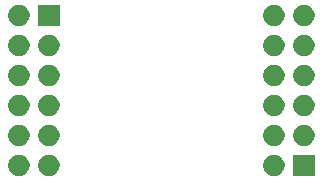
<source format=gbr>
G04 #@! TF.GenerationSoftware,KiCad,Pcbnew,(5.1.5-0-10_14)*
G04 #@! TF.CreationDate,2021-03-22T20:24:37-05:00*
G04 #@! TF.ProjectId,Filter Network,46696c74-6572-4204-9e65-74776f726b2e,rev?*
G04 #@! TF.SameCoordinates,Original*
G04 #@! TF.FileFunction,Soldermask,Bot*
G04 #@! TF.FilePolarity,Negative*
%FSLAX46Y46*%
G04 Gerber Fmt 4.6, Leading zero omitted, Abs format (unit mm)*
G04 Created by KiCad (PCBNEW (5.1.5-0-10_14)) date 2021-03-22 20:24:37*
%MOMM*%
%LPD*%
G04 APERTURE LIST*
%ADD10C,0.100000*%
G04 APERTURE END LIST*
D10*
G36*
X107581000Y-121551000D02*
G01*
X105779000Y-121551000D01*
X105779000Y-119749000D01*
X107581000Y-119749000D01*
X107581000Y-121551000D01*
G37*
G36*
X104253512Y-119753927D02*
G01*
X104402812Y-119783624D01*
X104566784Y-119851544D01*
X104714354Y-119950147D01*
X104839853Y-120075646D01*
X104938456Y-120223216D01*
X105006376Y-120387188D01*
X105041000Y-120561259D01*
X105041000Y-120738741D01*
X105006376Y-120912812D01*
X104938456Y-121076784D01*
X104839853Y-121224354D01*
X104714354Y-121349853D01*
X104566784Y-121448456D01*
X104402812Y-121516376D01*
X104253512Y-121546073D01*
X104228742Y-121551000D01*
X104051258Y-121551000D01*
X104026488Y-121546073D01*
X103877188Y-121516376D01*
X103713216Y-121448456D01*
X103565646Y-121349853D01*
X103440147Y-121224354D01*
X103341544Y-121076784D01*
X103273624Y-120912812D01*
X103239000Y-120738741D01*
X103239000Y-120561259D01*
X103273624Y-120387188D01*
X103341544Y-120223216D01*
X103440147Y-120075646D01*
X103565646Y-119950147D01*
X103713216Y-119851544D01*
X103877188Y-119783624D01*
X104026488Y-119753927D01*
X104051258Y-119749000D01*
X104228742Y-119749000D01*
X104253512Y-119753927D01*
G37*
G36*
X85203512Y-119753927D02*
G01*
X85352812Y-119783624D01*
X85516784Y-119851544D01*
X85664354Y-119950147D01*
X85789853Y-120075646D01*
X85888456Y-120223216D01*
X85956376Y-120387188D01*
X85991000Y-120561259D01*
X85991000Y-120738741D01*
X85956376Y-120912812D01*
X85888456Y-121076784D01*
X85789853Y-121224354D01*
X85664354Y-121349853D01*
X85516784Y-121448456D01*
X85352812Y-121516376D01*
X85203512Y-121546073D01*
X85178742Y-121551000D01*
X85001258Y-121551000D01*
X84976488Y-121546073D01*
X84827188Y-121516376D01*
X84663216Y-121448456D01*
X84515646Y-121349853D01*
X84390147Y-121224354D01*
X84291544Y-121076784D01*
X84223624Y-120912812D01*
X84189000Y-120738741D01*
X84189000Y-120561259D01*
X84223624Y-120387188D01*
X84291544Y-120223216D01*
X84390147Y-120075646D01*
X84515646Y-119950147D01*
X84663216Y-119851544D01*
X84827188Y-119783624D01*
X84976488Y-119753927D01*
X85001258Y-119749000D01*
X85178742Y-119749000D01*
X85203512Y-119753927D01*
G37*
G36*
X82663512Y-119753927D02*
G01*
X82812812Y-119783624D01*
X82976784Y-119851544D01*
X83124354Y-119950147D01*
X83249853Y-120075646D01*
X83348456Y-120223216D01*
X83416376Y-120387188D01*
X83451000Y-120561259D01*
X83451000Y-120738741D01*
X83416376Y-120912812D01*
X83348456Y-121076784D01*
X83249853Y-121224354D01*
X83124354Y-121349853D01*
X82976784Y-121448456D01*
X82812812Y-121516376D01*
X82663512Y-121546073D01*
X82638742Y-121551000D01*
X82461258Y-121551000D01*
X82436488Y-121546073D01*
X82287188Y-121516376D01*
X82123216Y-121448456D01*
X81975646Y-121349853D01*
X81850147Y-121224354D01*
X81751544Y-121076784D01*
X81683624Y-120912812D01*
X81649000Y-120738741D01*
X81649000Y-120561259D01*
X81683624Y-120387188D01*
X81751544Y-120223216D01*
X81850147Y-120075646D01*
X81975646Y-119950147D01*
X82123216Y-119851544D01*
X82287188Y-119783624D01*
X82436488Y-119753927D01*
X82461258Y-119749000D01*
X82638742Y-119749000D01*
X82663512Y-119753927D01*
G37*
G36*
X106793512Y-117213927D02*
G01*
X106942812Y-117243624D01*
X107106784Y-117311544D01*
X107254354Y-117410147D01*
X107379853Y-117535646D01*
X107478456Y-117683216D01*
X107546376Y-117847188D01*
X107581000Y-118021259D01*
X107581000Y-118198741D01*
X107546376Y-118372812D01*
X107478456Y-118536784D01*
X107379853Y-118684354D01*
X107254354Y-118809853D01*
X107106784Y-118908456D01*
X106942812Y-118976376D01*
X106793512Y-119006073D01*
X106768742Y-119011000D01*
X106591258Y-119011000D01*
X106566488Y-119006073D01*
X106417188Y-118976376D01*
X106253216Y-118908456D01*
X106105646Y-118809853D01*
X105980147Y-118684354D01*
X105881544Y-118536784D01*
X105813624Y-118372812D01*
X105779000Y-118198741D01*
X105779000Y-118021259D01*
X105813624Y-117847188D01*
X105881544Y-117683216D01*
X105980147Y-117535646D01*
X106105646Y-117410147D01*
X106253216Y-117311544D01*
X106417188Y-117243624D01*
X106566488Y-117213927D01*
X106591258Y-117209000D01*
X106768742Y-117209000D01*
X106793512Y-117213927D01*
G37*
G36*
X104253512Y-117213927D02*
G01*
X104402812Y-117243624D01*
X104566784Y-117311544D01*
X104714354Y-117410147D01*
X104839853Y-117535646D01*
X104938456Y-117683216D01*
X105006376Y-117847188D01*
X105041000Y-118021259D01*
X105041000Y-118198741D01*
X105006376Y-118372812D01*
X104938456Y-118536784D01*
X104839853Y-118684354D01*
X104714354Y-118809853D01*
X104566784Y-118908456D01*
X104402812Y-118976376D01*
X104253512Y-119006073D01*
X104228742Y-119011000D01*
X104051258Y-119011000D01*
X104026488Y-119006073D01*
X103877188Y-118976376D01*
X103713216Y-118908456D01*
X103565646Y-118809853D01*
X103440147Y-118684354D01*
X103341544Y-118536784D01*
X103273624Y-118372812D01*
X103239000Y-118198741D01*
X103239000Y-118021259D01*
X103273624Y-117847188D01*
X103341544Y-117683216D01*
X103440147Y-117535646D01*
X103565646Y-117410147D01*
X103713216Y-117311544D01*
X103877188Y-117243624D01*
X104026488Y-117213927D01*
X104051258Y-117209000D01*
X104228742Y-117209000D01*
X104253512Y-117213927D01*
G37*
G36*
X85203512Y-117213927D02*
G01*
X85352812Y-117243624D01*
X85516784Y-117311544D01*
X85664354Y-117410147D01*
X85789853Y-117535646D01*
X85888456Y-117683216D01*
X85956376Y-117847188D01*
X85991000Y-118021259D01*
X85991000Y-118198741D01*
X85956376Y-118372812D01*
X85888456Y-118536784D01*
X85789853Y-118684354D01*
X85664354Y-118809853D01*
X85516784Y-118908456D01*
X85352812Y-118976376D01*
X85203512Y-119006073D01*
X85178742Y-119011000D01*
X85001258Y-119011000D01*
X84976488Y-119006073D01*
X84827188Y-118976376D01*
X84663216Y-118908456D01*
X84515646Y-118809853D01*
X84390147Y-118684354D01*
X84291544Y-118536784D01*
X84223624Y-118372812D01*
X84189000Y-118198741D01*
X84189000Y-118021259D01*
X84223624Y-117847188D01*
X84291544Y-117683216D01*
X84390147Y-117535646D01*
X84515646Y-117410147D01*
X84663216Y-117311544D01*
X84827188Y-117243624D01*
X84976488Y-117213927D01*
X85001258Y-117209000D01*
X85178742Y-117209000D01*
X85203512Y-117213927D01*
G37*
G36*
X82663512Y-117213927D02*
G01*
X82812812Y-117243624D01*
X82976784Y-117311544D01*
X83124354Y-117410147D01*
X83249853Y-117535646D01*
X83348456Y-117683216D01*
X83416376Y-117847188D01*
X83451000Y-118021259D01*
X83451000Y-118198741D01*
X83416376Y-118372812D01*
X83348456Y-118536784D01*
X83249853Y-118684354D01*
X83124354Y-118809853D01*
X82976784Y-118908456D01*
X82812812Y-118976376D01*
X82663512Y-119006073D01*
X82638742Y-119011000D01*
X82461258Y-119011000D01*
X82436488Y-119006073D01*
X82287188Y-118976376D01*
X82123216Y-118908456D01*
X81975646Y-118809853D01*
X81850147Y-118684354D01*
X81751544Y-118536784D01*
X81683624Y-118372812D01*
X81649000Y-118198741D01*
X81649000Y-118021259D01*
X81683624Y-117847188D01*
X81751544Y-117683216D01*
X81850147Y-117535646D01*
X81975646Y-117410147D01*
X82123216Y-117311544D01*
X82287188Y-117243624D01*
X82436488Y-117213927D01*
X82461258Y-117209000D01*
X82638742Y-117209000D01*
X82663512Y-117213927D01*
G37*
G36*
X106793512Y-114673927D02*
G01*
X106942812Y-114703624D01*
X107106784Y-114771544D01*
X107254354Y-114870147D01*
X107379853Y-114995646D01*
X107478456Y-115143216D01*
X107546376Y-115307188D01*
X107581000Y-115481259D01*
X107581000Y-115658741D01*
X107546376Y-115832812D01*
X107478456Y-115996784D01*
X107379853Y-116144354D01*
X107254354Y-116269853D01*
X107106784Y-116368456D01*
X106942812Y-116436376D01*
X106793512Y-116466073D01*
X106768742Y-116471000D01*
X106591258Y-116471000D01*
X106566488Y-116466073D01*
X106417188Y-116436376D01*
X106253216Y-116368456D01*
X106105646Y-116269853D01*
X105980147Y-116144354D01*
X105881544Y-115996784D01*
X105813624Y-115832812D01*
X105779000Y-115658741D01*
X105779000Y-115481259D01*
X105813624Y-115307188D01*
X105881544Y-115143216D01*
X105980147Y-114995646D01*
X106105646Y-114870147D01*
X106253216Y-114771544D01*
X106417188Y-114703624D01*
X106566488Y-114673927D01*
X106591258Y-114669000D01*
X106768742Y-114669000D01*
X106793512Y-114673927D01*
G37*
G36*
X104253512Y-114673927D02*
G01*
X104402812Y-114703624D01*
X104566784Y-114771544D01*
X104714354Y-114870147D01*
X104839853Y-114995646D01*
X104938456Y-115143216D01*
X105006376Y-115307188D01*
X105041000Y-115481259D01*
X105041000Y-115658741D01*
X105006376Y-115832812D01*
X104938456Y-115996784D01*
X104839853Y-116144354D01*
X104714354Y-116269853D01*
X104566784Y-116368456D01*
X104402812Y-116436376D01*
X104253512Y-116466073D01*
X104228742Y-116471000D01*
X104051258Y-116471000D01*
X104026488Y-116466073D01*
X103877188Y-116436376D01*
X103713216Y-116368456D01*
X103565646Y-116269853D01*
X103440147Y-116144354D01*
X103341544Y-115996784D01*
X103273624Y-115832812D01*
X103239000Y-115658741D01*
X103239000Y-115481259D01*
X103273624Y-115307188D01*
X103341544Y-115143216D01*
X103440147Y-114995646D01*
X103565646Y-114870147D01*
X103713216Y-114771544D01*
X103877188Y-114703624D01*
X104026488Y-114673927D01*
X104051258Y-114669000D01*
X104228742Y-114669000D01*
X104253512Y-114673927D01*
G37*
G36*
X85203512Y-114673927D02*
G01*
X85352812Y-114703624D01*
X85516784Y-114771544D01*
X85664354Y-114870147D01*
X85789853Y-114995646D01*
X85888456Y-115143216D01*
X85956376Y-115307188D01*
X85991000Y-115481259D01*
X85991000Y-115658741D01*
X85956376Y-115832812D01*
X85888456Y-115996784D01*
X85789853Y-116144354D01*
X85664354Y-116269853D01*
X85516784Y-116368456D01*
X85352812Y-116436376D01*
X85203512Y-116466073D01*
X85178742Y-116471000D01*
X85001258Y-116471000D01*
X84976488Y-116466073D01*
X84827188Y-116436376D01*
X84663216Y-116368456D01*
X84515646Y-116269853D01*
X84390147Y-116144354D01*
X84291544Y-115996784D01*
X84223624Y-115832812D01*
X84189000Y-115658741D01*
X84189000Y-115481259D01*
X84223624Y-115307188D01*
X84291544Y-115143216D01*
X84390147Y-114995646D01*
X84515646Y-114870147D01*
X84663216Y-114771544D01*
X84827188Y-114703624D01*
X84976488Y-114673927D01*
X85001258Y-114669000D01*
X85178742Y-114669000D01*
X85203512Y-114673927D01*
G37*
G36*
X82663512Y-114673927D02*
G01*
X82812812Y-114703624D01*
X82976784Y-114771544D01*
X83124354Y-114870147D01*
X83249853Y-114995646D01*
X83348456Y-115143216D01*
X83416376Y-115307188D01*
X83451000Y-115481259D01*
X83451000Y-115658741D01*
X83416376Y-115832812D01*
X83348456Y-115996784D01*
X83249853Y-116144354D01*
X83124354Y-116269853D01*
X82976784Y-116368456D01*
X82812812Y-116436376D01*
X82663512Y-116466073D01*
X82638742Y-116471000D01*
X82461258Y-116471000D01*
X82436488Y-116466073D01*
X82287188Y-116436376D01*
X82123216Y-116368456D01*
X81975646Y-116269853D01*
X81850147Y-116144354D01*
X81751544Y-115996784D01*
X81683624Y-115832812D01*
X81649000Y-115658741D01*
X81649000Y-115481259D01*
X81683624Y-115307188D01*
X81751544Y-115143216D01*
X81850147Y-114995646D01*
X81975646Y-114870147D01*
X82123216Y-114771544D01*
X82287188Y-114703624D01*
X82436488Y-114673927D01*
X82461258Y-114669000D01*
X82638742Y-114669000D01*
X82663512Y-114673927D01*
G37*
G36*
X85203512Y-112133927D02*
G01*
X85352812Y-112163624D01*
X85516784Y-112231544D01*
X85664354Y-112330147D01*
X85789853Y-112455646D01*
X85888456Y-112603216D01*
X85956376Y-112767188D01*
X85991000Y-112941259D01*
X85991000Y-113118741D01*
X85956376Y-113292812D01*
X85888456Y-113456784D01*
X85789853Y-113604354D01*
X85664354Y-113729853D01*
X85516784Y-113828456D01*
X85352812Y-113896376D01*
X85203512Y-113926073D01*
X85178742Y-113931000D01*
X85001258Y-113931000D01*
X84976488Y-113926073D01*
X84827188Y-113896376D01*
X84663216Y-113828456D01*
X84515646Y-113729853D01*
X84390147Y-113604354D01*
X84291544Y-113456784D01*
X84223624Y-113292812D01*
X84189000Y-113118741D01*
X84189000Y-112941259D01*
X84223624Y-112767188D01*
X84291544Y-112603216D01*
X84390147Y-112455646D01*
X84515646Y-112330147D01*
X84663216Y-112231544D01*
X84827188Y-112163624D01*
X84976488Y-112133927D01*
X85001258Y-112129000D01*
X85178742Y-112129000D01*
X85203512Y-112133927D01*
G37*
G36*
X82663512Y-112133927D02*
G01*
X82812812Y-112163624D01*
X82976784Y-112231544D01*
X83124354Y-112330147D01*
X83249853Y-112455646D01*
X83348456Y-112603216D01*
X83416376Y-112767188D01*
X83451000Y-112941259D01*
X83451000Y-113118741D01*
X83416376Y-113292812D01*
X83348456Y-113456784D01*
X83249853Y-113604354D01*
X83124354Y-113729853D01*
X82976784Y-113828456D01*
X82812812Y-113896376D01*
X82663512Y-113926073D01*
X82638742Y-113931000D01*
X82461258Y-113931000D01*
X82436488Y-113926073D01*
X82287188Y-113896376D01*
X82123216Y-113828456D01*
X81975646Y-113729853D01*
X81850147Y-113604354D01*
X81751544Y-113456784D01*
X81683624Y-113292812D01*
X81649000Y-113118741D01*
X81649000Y-112941259D01*
X81683624Y-112767188D01*
X81751544Y-112603216D01*
X81850147Y-112455646D01*
X81975646Y-112330147D01*
X82123216Y-112231544D01*
X82287188Y-112163624D01*
X82436488Y-112133927D01*
X82461258Y-112129000D01*
X82638742Y-112129000D01*
X82663512Y-112133927D01*
G37*
G36*
X104253512Y-112133927D02*
G01*
X104402812Y-112163624D01*
X104566784Y-112231544D01*
X104714354Y-112330147D01*
X104839853Y-112455646D01*
X104938456Y-112603216D01*
X105006376Y-112767188D01*
X105041000Y-112941259D01*
X105041000Y-113118741D01*
X105006376Y-113292812D01*
X104938456Y-113456784D01*
X104839853Y-113604354D01*
X104714354Y-113729853D01*
X104566784Y-113828456D01*
X104402812Y-113896376D01*
X104253512Y-113926073D01*
X104228742Y-113931000D01*
X104051258Y-113931000D01*
X104026488Y-113926073D01*
X103877188Y-113896376D01*
X103713216Y-113828456D01*
X103565646Y-113729853D01*
X103440147Y-113604354D01*
X103341544Y-113456784D01*
X103273624Y-113292812D01*
X103239000Y-113118741D01*
X103239000Y-112941259D01*
X103273624Y-112767188D01*
X103341544Y-112603216D01*
X103440147Y-112455646D01*
X103565646Y-112330147D01*
X103713216Y-112231544D01*
X103877188Y-112163624D01*
X104026488Y-112133927D01*
X104051258Y-112129000D01*
X104228742Y-112129000D01*
X104253512Y-112133927D01*
G37*
G36*
X106793512Y-112133927D02*
G01*
X106942812Y-112163624D01*
X107106784Y-112231544D01*
X107254354Y-112330147D01*
X107379853Y-112455646D01*
X107478456Y-112603216D01*
X107546376Y-112767188D01*
X107581000Y-112941259D01*
X107581000Y-113118741D01*
X107546376Y-113292812D01*
X107478456Y-113456784D01*
X107379853Y-113604354D01*
X107254354Y-113729853D01*
X107106784Y-113828456D01*
X106942812Y-113896376D01*
X106793512Y-113926073D01*
X106768742Y-113931000D01*
X106591258Y-113931000D01*
X106566488Y-113926073D01*
X106417188Y-113896376D01*
X106253216Y-113828456D01*
X106105646Y-113729853D01*
X105980147Y-113604354D01*
X105881544Y-113456784D01*
X105813624Y-113292812D01*
X105779000Y-113118741D01*
X105779000Y-112941259D01*
X105813624Y-112767188D01*
X105881544Y-112603216D01*
X105980147Y-112455646D01*
X106105646Y-112330147D01*
X106253216Y-112231544D01*
X106417188Y-112163624D01*
X106566488Y-112133927D01*
X106591258Y-112129000D01*
X106768742Y-112129000D01*
X106793512Y-112133927D01*
G37*
G36*
X85203512Y-109593927D02*
G01*
X85352812Y-109623624D01*
X85516784Y-109691544D01*
X85664354Y-109790147D01*
X85789853Y-109915646D01*
X85888456Y-110063216D01*
X85956376Y-110227188D01*
X85991000Y-110401259D01*
X85991000Y-110578741D01*
X85956376Y-110752812D01*
X85888456Y-110916784D01*
X85789853Y-111064354D01*
X85664354Y-111189853D01*
X85516784Y-111288456D01*
X85352812Y-111356376D01*
X85203512Y-111386073D01*
X85178742Y-111391000D01*
X85001258Y-111391000D01*
X84976488Y-111386073D01*
X84827188Y-111356376D01*
X84663216Y-111288456D01*
X84515646Y-111189853D01*
X84390147Y-111064354D01*
X84291544Y-110916784D01*
X84223624Y-110752812D01*
X84189000Y-110578741D01*
X84189000Y-110401259D01*
X84223624Y-110227188D01*
X84291544Y-110063216D01*
X84390147Y-109915646D01*
X84515646Y-109790147D01*
X84663216Y-109691544D01*
X84827188Y-109623624D01*
X84976488Y-109593927D01*
X85001258Y-109589000D01*
X85178742Y-109589000D01*
X85203512Y-109593927D01*
G37*
G36*
X82663512Y-109593927D02*
G01*
X82812812Y-109623624D01*
X82976784Y-109691544D01*
X83124354Y-109790147D01*
X83249853Y-109915646D01*
X83348456Y-110063216D01*
X83416376Y-110227188D01*
X83451000Y-110401259D01*
X83451000Y-110578741D01*
X83416376Y-110752812D01*
X83348456Y-110916784D01*
X83249853Y-111064354D01*
X83124354Y-111189853D01*
X82976784Y-111288456D01*
X82812812Y-111356376D01*
X82663512Y-111386073D01*
X82638742Y-111391000D01*
X82461258Y-111391000D01*
X82436488Y-111386073D01*
X82287188Y-111356376D01*
X82123216Y-111288456D01*
X81975646Y-111189853D01*
X81850147Y-111064354D01*
X81751544Y-110916784D01*
X81683624Y-110752812D01*
X81649000Y-110578741D01*
X81649000Y-110401259D01*
X81683624Y-110227188D01*
X81751544Y-110063216D01*
X81850147Y-109915646D01*
X81975646Y-109790147D01*
X82123216Y-109691544D01*
X82287188Y-109623624D01*
X82436488Y-109593927D01*
X82461258Y-109589000D01*
X82638742Y-109589000D01*
X82663512Y-109593927D01*
G37*
G36*
X104253512Y-109593927D02*
G01*
X104402812Y-109623624D01*
X104566784Y-109691544D01*
X104714354Y-109790147D01*
X104839853Y-109915646D01*
X104938456Y-110063216D01*
X105006376Y-110227188D01*
X105041000Y-110401259D01*
X105041000Y-110578741D01*
X105006376Y-110752812D01*
X104938456Y-110916784D01*
X104839853Y-111064354D01*
X104714354Y-111189853D01*
X104566784Y-111288456D01*
X104402812Y-111356376D01*
X104253512Y-111386073D01*
X104228742Y-111391000D01*
X104051258Y-111391000D01*
X104026488Y-111386073D01*
X103877188Y-111356376D01*
X103713216Y-111288456D01*
X103565646Y-111189853D01*
X103440147Y-111064354D01*
X103341544Y-110916784D01*
X103273624Y-110752812D01*
X103239000Y-110578741D01*
X103239000Y-110401259D01*
X103273624Y-110227188D01*
X103341544Y-110063216D01*
X103440147Y-109915646D01*
X103565646Y-109790147D01*
X103713216Y-109691544D01*
X103877188Y-109623624D01*
X104026488Y-109593927D01*
X104051258Y-109589000D01*
X104228742Y-109589000D01*
X104253512Y-109593927D01*
G37*
G36*
X106793512Y-109593927D02*
G01*
X106942812Y-109623624D01*
X107106784Y-109691544D01*
X107254354Y-109790147D01*
X107379853Y-109915646D01*
X107478456Y-110063216D01*
X107546376Y-110227188D01*
X107581000Y-110401259D01*
X107581000Y-110578741D01*
X107546376Y-110752812D01*
X107478456Y-110916784D01*
X107379853Y-111064354D01*
X107254354Y-111189853D01*
X107106784Y-111288456D01*
X106942812Y-111356376D01*
X106793512Y-111386073D01*
X106768742Y-111391000D01*
X106591258Y-111391000D01*
X106566488Y-111386073D01*
X106417188Y-111356376D01*
X106253216Y-111288456D01*
X106105646Y-111189853D01*
X105980147Y-111064354D01*
X105881544Y-110916784D01*
X105813624Y-110752812D01*
X105779000Y-110578741D01*
X105779000Y-110401259D01*
X105813624Y-110227188D01*
X105881544Y-110063216D01*
X105980147Y-109915646D01*
X106105646Y-109790147D01*
X106253216Y-109691544D01*
X106417188Y-109623624D01*
X106566488Y-109593927D01*
X106591258Y-109589000D01*
X106768742Y-109589000D01*
X106793512Y-109593927D01*
G37*
G36*
X82663512Y-107053927D02*
G01*
X82812812Y-107083624D01*
X82976784Y-107151544D01*
X83124354Y-107250147D01*
X83249853Y-107375646D01*
X83348456Y-107523216D01*
X83416376Y-107687188D01*
X83451000Y-107861259D01*
X83451000Y-108038741D01*
X83416376Y-108212812D01*
X83348456Y-108376784D01*
X83249853Y-108524354D01*
X83124354Y-108649853D01*
X82976784Y-108748456D01*
X82812812Y-108816376D01*
X82663512Y-108846073D01*
X82638742Y-108851000D01*
X82461258Y-108851000D01*
X82436488Y-108846073D01*
X82287188Y-108816376D01*
X82123216Y-108748456D01*
X81975646Y-108649853D01*
X81850147Y-108524354D01*
X81751544Y-108376784D01*
X81683624Y-108212812D01*
X81649000Y-108038741D01*
X81649000Y-107861259D01*
X81683624Y-107687188D01*
X81751544Y-107523216D01*
X81850147Y-107375646D01*
X81975646Y-107250147D01*
X82123216Y-107151544D01*
X82287188Y-107083624D01*
X82436488Y-107053927D01*
X82461258Y-107049000D01*
X82638742Y-107049000D01*
X82663512Y-107053927D01*
G37*
G36*
X85991000Y-108851000D02*
G01*
X84189000Y-108851000D01*
X84189000Y-107049000D01*
X85991000Y-107049000D01*
X85991000Y-108851000D01*
G37*
G36*
X104253512Y-107053927D02*
G01*
X104402812Y-107083624D01*
X104566784Y-107151544D01*
X104714354Y-107250147D01*
X104839853Y-107375646D01*
X104938456Y-107523216D01*
X105006376Y-107687188D01*
X105041000Y-107861259D01*
X105041000Y-108038741D01*
X105006376Y-108212812D01*
X104938456Y-108376784D01*
X104839853Y-108524354D01*
X104714354Y-108649853D01*
X104566784Y-108748456D01*
X104402812Y-108816376D01*
X104253512Y-108846073D01*
X104228742Y-108851000D01*
X104051258Y-108851000D01*
X104026488Y-108846073D01*
X103877188Y-108816376D01*
X103713216Y-108748456D01*
X103565646Y-108649853D01*
X103440147Y-108524354D01*
X103341544Y-108376784D01*
X103273624Y-108212812D01*
X103239000Y-108038741D01*
X103239000Y-107861259D01*
X103273624Y-107687188D01*
X103341544Y-107523216D01*
X103440147Y-107375646D01*
X103565646Y-107250147D01*
X103713216Y-107151544D01*
X103877188Y-107083624D01*
X104026488Y-107053927D01*
X104051258Y-107049000D01*
X104228742Y-107049000D01*
X104253512Y-107053927D01*
G37*
G36*
X106793512Y-107053927D02*
G01*
X106942812Y-107083624D01*
X107106784Y-107151544D01*
X107254354Y-107250147D01*
X107379853Y-107375646D01*
X107478456Y-107523216D01*
X107546376Y-107687188D01*
X107581000Y-107861259D01*
X107581000Y-108038741D01*
X107546376Y-108212812D01*
X107478456Y-108376784D01*
X107379853Y-108524354D01*
X107254354Y-108649853D01*
X107106784Y-108748456D01*
X106942812Y-108816376D01*
X106793512Y-108846073D01*
X106768742Y-108851000D01*
X106591258Y-108851000D01*
X106566488Y-108846073D01*
X106417188Y-108816376D01*
X106253216Y-108748456D01*
X106105646Y-108649853D01*
X105980147Y-108524354D01*
X105881544Y-108376784D01*
X105813624Y-108212812D01*
X105779000Y-108038741D01*
X105779000Y-107861259D01*
X105813624Y-107687188D01*
X105881544Y-107523216D01*
X105980147Y-107375646D01*
X106105646Y-107250147D01*
X106253216Y-107151544D01*
X106417188Y-107083624D01*
X106566488Y-107053927D01*
X106591258Y-107049000D01*
X106768742Y-107049000D01*
X106793512Y-107053927D01*
G37*
M02*

</source>
